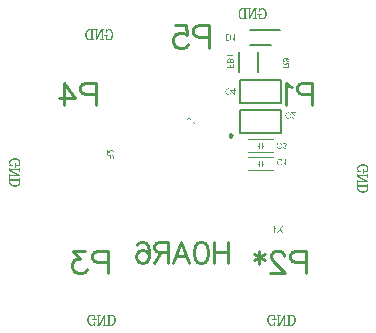
<source format=gbo>
G04*
G04 #@! TF.GenerationSoftware,Altium Limited,Altium Designer,25.8.1 (18)*
G04*
G04 Layer_Color=32896*
%FSLAX44Y44*%
%MOMM*%
G71*
G04*
G04 #@! TF.SameCoordinates,49EF26A0-86A8-49CD-8BE6-FAAFDC87ECF6*
G04*
G04*
G04 #@! TF.FilePolarity,Positive*
G04*
G01*
G75*
%ADD10C,0.2500*%
%ADD11C,0.2000*%
%ADD12C,0.0800*%
%ADD13C,0.1000*%
%ADD15C,0.0762*%
%ADD16C,0.2540*%
%ADD54C,0.1524*%
G36*
X72926Y-43235D02*
X73008Y-43355D01*
X73106Y-43476D01*
X73196Y-43581D01*
X73287Y-43671D01*
X73354Y-43746D01*
X73384Y-43769D01*
X73407Y-43791D01*
X73414Y-43799D01*
X73422Y-43807D01*
X73580Y-43934D01*
X73738Y-44055D01*
X73888Y-44160D01*
X74039Y-44243D01*
X74166Y-44318D01*
X74219Y-44348D01*
X74264Y-44370D01*
X74302Y-44393D01*
X74332Y-44401D01*
X74347Y-44416D01*
X74354D01*
Y-45032D01*
X74241Y-44987D01*
X74129Y-44934D01*
X74016Y-44882D01*
X73911Y-44829D01*
X73820Y-44784D01*
X73745Y-44746D01*
X73700Y-44716D01*
X73693Y-44709D01*
X73685D01*
X73550Y-44626D01*
X73429Y-44543D01*
X73324Y-44468D01*
X73242Y-44401D01*
X73166Y-44348D01*
X73121Y-44303D01*
X73084Y-44273D01*
X73076Y-44265D01*
Y-48333D01*
X72437D01*
Y-43107D01*
X72851D01*
X72926Y-43235D01*
D02*
G37*
G36*
X77955Y-45641D02*
X79963Y-48333D01*
X79136D01*
X77820Y-46528D01*
X77790Y-46483D01*
X77752Y-46431D01*
X77670Y-46310D01*
X77632Y-46250D01*
X77602Y-46205D01*
X77580Y-46175D01*
X77572Y-46167D01*
X77497Y-46280D01*
X77429Y-46385D01*
X77399Y-46423D01*
X77384Y-46453D01*
X77369Y-46476D01*
X77362Y-46483D01*
X76046Y-48333D01*
X75196D01*
X77144Y-45611D01*
X75339Y-43130D01*
X76091D01*
X77129Y-44513D01*
X77219Y-44626D01*
X77294Y-44731D01*
X77369Y-44837D01*
X77429Y-44919D01*
X77482Y-44995D01*
X77519Y-45055D01*
X77542Y-45085D01*
X77550Y-45100D01*
X77602Y-45009D01*
X77662Y-44912D01*
X77730Y-44806D01*
X77798Y-44701D01*
X77865Y-44611D01*
X77910Y-44536D01*
X77933Y-44506D01*
X77948Y-44483D01*
X77963Y-44476D01*
Y-44468D01*
X78910Y-43130D01*
X79730D01*
X77955Y-45641D01*
D02*
G37*
G36*
X5792Y43272D02*
X5378D01*
X5303Y43400D01*
X5220Y43520D01*
X5122Y43641D01*
X5032Y43746D01*
X4942Y43836D01*
X4874Y43911D01*
X4844Y43934D01*
X4822Y43956D01*
X4814Y43964D01*
X4807Y43972D01*
X4649Y44099D01*
X4491Y44220D01*
X4340Y44325D01*
X4190Y44408D01*
X4062Y44483D01*
X4010Y44513D01*
X3965Y44535D01*
X3927Y44558D01*
X3897Y44565D01*
X3882Y44580D01*
X3874D01*
Y45197D01*
X3987Y45152D01*
X4100Y45099D01*
X4213Y45047D01*
X4318Y44994D01*
X4408Y44949D01*
X4483Y44911D01*
X4528Y44881D01*
X4536Y44874D01*
X4543D01*
X4679Y44791D01*
X4799Y44708D01*
X4904Y44633D01*
X4987Y44565D01*
X5062Y44513D01*
X5107Y44468D01*
X5145Y44438D01*
X5153Y44430D01*
Y48498D01*
X5792D01*
Y43272D01*
D02*
G37*
G36*
X732Y48573D02*
X852Y48558D01*
X965Y48543D01*
X1077Y48520D01*
X1175Y48498D01*
X1266Y48475D01*
X1348Y48445D01*
X1423Y48415D01*
X1484Y48392D01*
X1544Y48370D01*
X1589Y48347D01*
X1626Y48325D01*
X1649Y48317D01*
X1664Y48302D01*
X1671D01*
X1837Y48189D01*
X1972Y48061D01*
X2077Y47941D01*
X2168Y47821D01*
X2235Y47716D01*
X2280Y47633D01*
X2296Y47603D01*
X2310Y47580D01*
X2318Y47565D01*
Y47558D01*
X2348Y47467D01*
X2378Y47370D01*
X2423Y47167D01*
X2453Y46956D01*
X2476Y46753D01*
X2483Y46663D01*
X2491Y46573D01*
Y46498D01*
X2499Y46430D01*
Y46377D01*
Y46340D01*
Y46310D01*
Y46302D01*
Y43295D01*
X1807D01*
Y46302D01*
Y46475D01*
X1792Y46641D01*
X1777Y46783D01*
X1754Y46919D01*
X1732Y47039D01*
X1701Y47152D01*
X1679Y47249D01*
X1649Y47332D01*
X1619Y47400D01*
X1589Y47467D01*
X1559Y47513D01*
X1536Y47558D01*
X1514Y47588D01*
X1498Y47610D01*
X1491Y47618D01*
X1484Y47625D01*
X1416Y47686D01*
X1341Y47738D01*
X1175Y47821D01*
X1002Y47881D01*
X822Y47919D01*
X657Y47949D01*
X589Y47956D01*
X521D01*
X476Y47964D01*
X401D01*
X243Y47956D01*
X100Y47934D01*
X-35Y47911D01*
X-141Y47874D01*
X-231Y47843D01*
X-298Y47821D01*
X-336Y47798D01*
X-351Y47791D01*
X-456Y47723D01*
X-547Y47640D01*
X-622Y47558D01*
X-674Y47483D01*
X-719Y47407D01*
X-757Y47355D01*
X-772Y47317D01*
X-780Y47302D01*
X-802Y47234D01*
X-817Y47167D01*
X-847Y47009D01*
X-870Y46844D01*
X-885Y46678D01*
X-892Y46535D01*
Y46468D01*
X-900Y46415D01*
Y46370D01*
Y46332D01*
Y46310D01*
Y46302D01*
Y43295D01*
X-1592D01*
Y46302D01*
Y46452D01*
X-1584Y46595D01*
X-1576Y46731D01*
X-1561Y46859D01*
X-1546Y46971D01*
X-1531Y47077D01*
X-1509Y47174D01*
X-1494Y47264D01*
X-1479Y47347D01*
X-1456Y47415D01*
X-1441Y47475D01*
X-1426Y47520D01*
X-1411Y47558D01*
X-1404Y47588D01*
X-1396Y47603D01*
Y47610D01*
X-1313Y47776D01*
X-1208Y47926D01*
X-1103Y48046D01*
X-990Y48152D01*
X-892Y48234D01*
X-810Y48295D01*
X-780Y48310D01*
X-757Y48325D01*
X-742Y48340D01*
X-734D01*
X-547Y48422D01*
X-351Y48482D01*
X-148Y48528D01*
X40Y48558D01*
X123Y48565D01*
X205Y48573D01*
X280Y48580D01*
X341D01*
X393Y48588D01*
X461D01*
X732Y48573D01*
D02*
G37*
G36*
X81697Y99438D02*
X81862Y99408D01*
X82005Y99362D01*
X82125Y99317D01*
X82223Y99272D01*
X82298Y99227D01*
X82343Y99197D01*
X82358Y99190D01*
X82471Y99084D01*
X82569Y98972D01*
X82644Y98851D01*
X82704Y98731D01*
X82749Y98626D01*
X82779Y98543D01*
X82787Y98513D01*
X82794Y98490D01*
X82802Y98475D01*
Y98468D01*
X82870Y98596D01*
X82937Y98701D01*
X83012Y98791D01*
X83080Y98866D01*
X83140Y98926D01*
X83193Y98972D01*
X83223Y98994D01*
X83238Y99002D01*
X83343Y99062D01*
X83448Y99107D01*
X83554Y99144D01*
X83652Y99167D01*
X83734Y99182D01*
X83794Y99190D01*
X83839D01*
X83855D01*
X83982Y99182D01*
X84110Y99159D01*
X84223Y99129D01*
X84321Y99092D01*
X84403Y99054D01*
X84471Y99024D01*
X84509Y99002D01*
X84524Y98994D01*
X84636Y98919D01*
X84734Y98829D01*
X84817Y98738D01*
X84892Y98648D01*
X84945Y98573D01*
X84990Y98505D01*
X85012Y98460D01*
X85020Y98453D01*
Y98445D01*
X85080Y98310D01*
X85125Y98175D01*
X85163Y98039D01*
X85185Y97919D01*
X85200Y97821D01*
X85208Y97739D01*
Y97551D01*
X85193Y97445D01*
X85155Y97242D01*
X85095Y97069D01*
X85035Y96919D01*
X84997Y96851D01*
X84967Y96799D01*
X84937Y96746D01*
X84907Y96708D01*
X84885Y96678D01*
X84869Y96656D01*
X84862Y96641D01*
X84854Y96633D01*
X84712Y96490D01*
X84554Y96378D01*
X84388Y96287D01*
X84223Y96212D01*
X84080Y96167D01*
X84020Y96145D01*
X83967Y96130D01*
X83922Y96122D01*
X83892Y96115D01*
X83869Y96107D01*
X83862D01*
X83749Y96746D01*
X83915Y96776D01*
X84058Y96821D01*
X84178Y96874D01*
X84276Y96927D01*
X84351Y96979D01*
X84403Y97024D01*
X84441Y97054D01*
X84448Y97062D01*
X84524Y97160D01*
X84584Y97265D01*
X84621Y97363D01*
X84651Y97460D01*
X84667Y97551D01*
X84682Y97618D01*
Y97678D01*
X84674Y97814D01*
X84644Y97934D01*
X84606Y98039D01*
X84569Y98130D01*
X84524Y98197D01*
X84486Y98250D01*
X84456Y98287D01*
X84448Y98295D01*
X84358Y98378D01*
X84261Y98438D01*
X84163Y98475D01*
X84073Y98505D01*
X83990Y98520D01*
X83930Y98535D01*
X83884D01*
X83877D01*
X83869D01*
X83787D01*
X83712Y98520D01*
X83584Y98483D01*
X83471Y98430D01*
X83373Y98370D01*
X83306Y98310D01*
X83253Y98257D01*
X83223Y98220D01*
X83215Y98212D01*
Y98205D01*
X83148Y98077D01*
X83095Y97957D01*
X83057Y97829D01*
X83035Y97716D01*
X83020Y97618D01*
X83005Y97536D01*
Y97438D01*
X83012Y97408D01*
Y97370D01*
X82449Y97295D01*
X82471Y97393D01*
X82486Y97483D01*
X82501Y97558D01*
X82509Y97626D01*
X82516Y97678D01*
Y97746D01*
X82501Y97904D01*
X82471Y98047D01*
X82426Y98175D01*
X82373Y98280D01*
X82321Y98363D01*
X82276Y98423D01*
X82246Y98460D01*
X82231Y98475D01*
X82118Y98573D01*
X81997Y98648D01*
X81877Y98701D01*
X81757Y98731D01*
X81659Y98753D01*
X81576Y98761D01*
X81546Y98769D01*
X81524D01*
X81509D01*
X81501D01*
X81336Y98753D01*
X81185Y98716D01*
X81058Y98671D01*
X80945Y98611D01*
X80855Y98551D01*
X80787Y98505D01*
X80742Y98468D01*
X80727Y98453D01*
X80622Y98333D01*
X80546Y98205D01*
X80494Y98077D01*
X80456Y97957D01*
X80434Y97851D01*
X80426Y97769D01*
X80419Y97739D01*
Y97694D01*
X80426Y97558D01*
X80456Y97430D01*
X80494Y97317D01*
X80539Y97227D01*
X80576Y97152D01*
X80614Y97092D01*
X80644Y97062D01*
X80652Y97047D01*
X80757Y96957D01*
X80877Y96882D01*
X81005Y96814D01*
X81140Y96761D01*
X81253Y96724D01*
X81306Y96708D01*
X81351Y96701D01*
X81388Y96693D01*
X81419Y96686D01*
X81433Y96678D01*
X81441D01*
X81358Y96039D01*
X81238Y96054D01*
X81125Y96077D01*
X80915Y96145D01*
X80734Y96227D01*
X80659Y96272D01*
X80584Y96318D01*
X80516Y96363D01*
X80464Y96408D01*
X80411Y96445D01*
X80373Y96483D01*
X80343Y96505D01*
X80321Y96528D01*
X80306Y96543D01*
X80298Y96551D01*
X80231Y96641D01*
X80163Y96731D01*
X80110Y96821D01*
X80065Y96919D01*
X79990Y97107D01*
X79945Y97288D01*
X79930Y97370D01*
X79915Y97445D01*
X79907Y97513D01*
X79900Y97573D01*
X79892Y97618D01*
Y97686D01*
X79900Y97829D01*
X79915Y97957D01*
X79937Y98084D01*
X79967Y98205D01*
X80005Y98317D01*
X80043Y98415D01*
X80088Y98513D01*
X80133Y98596D01*
X80170Y98678D01*
X80216Y98746D01*
X80253Y98806D01*
X80291Y98851D01*
X80321Y98889D01*
X80343Y98919D01*
X80358Y98934D01*
X80366Y98941D01*
X80456Y99032D01*
X80554Y99107D01*
X80652Y99175D01*
X80749Y99235D01*
X80840Y99280D01*
X80937Y99325D01*
X81118Y99385D01*
X81201Y99400D01*
X81276Y99415D01*
X81343Y99430D01*
X81404Y99438D01*
X81449Y99445D01*
X81486D01*
X81509D01*
X81516D01*
X81697Y99438D01*
D02*
G37*
G36*
X81396Y94731D02*
X81546Y94626D01*
X81682Y94528D01*
X81794Y94431D01*
X81900Y94348D01*
X81975Y94273D01*
X82035Y94212D01*
X82073Y94175D01*
X82088Y94160D01*
X82133Y94100D01*
X82185Y94032D01*
X82268Y93897D01*
X82298Y93836D01*
X82328Y93791D01*
X82343Y93761D01*
X82351Y93746D01*
X82373Y93882D01*
X82396Y94009D01*
X82434Y94122D01*
X82464Y94235D01*
X82501Y94333D01*
X82546Y94423D01*
X82584Y94506D01*
X82621Y94581D01*
X82667Y94641D01*
X82704Y94701D01*
X82734Y94746D01*
X82764Y94784D01*
X82787Y94814D01*
X82809Y94837D01*
X82817Y94844D01*
X82824Y94852D01*
X82900Y94912D01*
X82975Y94972D01*
X83133Y95062D01*
X83291Y95122D01*
X83441Y95167D01*
X83569Y95197D01*
X83621Y95205D01*
X83674D01*
X83712Y95212D01*
X83742D01*
X83757D01*
X83764D01*
X83922Y95205D01*
X84065Y95182D01*
X84200Y95145D01*
X84313Y95107D01*
X84411Y95062D01*
X84486Y95032D01*
X84531Y95002D01*
X84539Y94994D01*
X84546D01*
X84667Y94904D01*
X84772Y94814D01*
X84862Y94716D01*
X84930Y94626D01*
X84982Y94543D01*
X85012Y94476D01*
X85035Y94431D01*
X85042Y94423D01*
Y94415D01*
X85065Y94348D01*
X85087Y94265D01*
X85125Y94100D01*
X85148Y93919D01*
X85170Y93754D01*
X85178Y93596D01*
Y93528D01*
X85185Y93468D01*
Y91055D01*
X79983D01*
Y91746D01*
X82291D01*
Y92634D01*
X82283Y92716D01*
Y92776D01*
X82276Y92829D01*
X82268Y92867D01*
Y92897D01*
X82261Y92912D01*
Y92919D01*
X82223Y93040D01*
X82200Y93092D01*
X82178Y93137D01*
X82155Y93182D01*
X82140Y93212D01*
X82133Y93228D01*
X82125Y93235D01*
X82080Y93295D01*
X82028Y93355D01*
X81915Y93468D01*
X81862Y93521D01*
X81817Y93558D01*
X81787Y93581D01*
X81779Y93588D01*
X81674Y93664D01*
X81561Y93746D01*
X81441Y93829D01*
X81328Y93912D01*
X81223Y93979D01*
X81140Y94032D01*
X81110Y94054D01*
X81088Y94070D01*
X81073Y94085D01*
X81065D01*
X79983Y94769D01*
Y95626D01*
X81396Y94731D01*
D02*
G37*
G36*
X-68036Y19385D02*
X-67908Y19475D01*
X-67856Y19520D01*
X-67803Y19558D01*
X-67758Y19596D01*
X-67728Y19626D01*
X-67705Y19648D01*
X-67698Y19656D01*
X-67660Y19693D01*
X-67623Y19739D01*
X-67525Y19844D01*
X-67412Y19964D01*
X-67299Y20092D01*
X-67202Y20212D01*
X-67157Y20265D01*
X-67111Y20310D01*
X-67081Y20347D01*
X-67059Y20378D01*
X-67044Y20393D01*
X-67036Y20400D01*
X-66931Y20520D01*
X-66833Y20641D01*
X-66735Y20746D01*
X-66653Y20844D01*
X-66570Y20934D01*
X-66495Y21009D01*
X-66427Y21084D01*
X-66367Y21144D01*
X-66307Y21205D01*
X-66262Y21250D01*
X-66224Y21287D01*
X-66187Y21325D01*
X-66142Y21363D01*
X-66126Y21377D01*
X-65999Y21483D01*
X-65886Y21573D01*
X-65773Y21648D01*
X-65683Y21708D01*
X-65600Y21753D01*
X-65540Y21783D01*
X-65502Y21799D01*
X-65487Y21806D01*
X-65375Y21851D01*
X-65262Y21881D01*
X-65157Y21911D01*
X-65066Y21926D01*
X-64984Y21934D01*
X-64924Y21941D01*
X-64886D01*
X-64871D01*
X-64758Y21934D01*
X-64653Y21919D01*
X-64548Y21904D01*
X-64457Y21874D01*
X-64277Y21799D01*
X-64134Y21723D01*
X-64066Y21678D01*
X-64014Y21641D01*
X-63961Y21603D01*
X-63924Y21565D01*
X-63893Y21535D01*
X-63863Y21520D01*
X-63856Y21505D01*
X-63848Y21498D01*
X-63773Y21415D01*
X-63706Y21325D01*
X-63653Y21227D01*
X-63608Y21129D01*
X-63533Y20934D01*
X-63480Y20738D01*
X-63465Y20656D01*
X-63450Y20573D01*
X-63442Y20498D01*
X-63435Y20438D01*
X-63427Y20385D01*
Y20310D01*
X-63435Y20175D01*
X-63442Y20047D01*
X-63465Y19927D01*
X-63488Y19814D01*
X-63518Y19708D01*
X-63548Y19611D01*
X-63585Y19520D01*
X-63623Y19438D01*
X-63660Y19363D01*
X-63698Y19303D01*
X-63728Y19250D01*
X-63758Y19205D01*
X-63781Y19167D01*
X-63803Y19145D01*
X-63811Y19130D01*
X-63818Y19122D01*
X-63893Y19047D01*
X-63976Y18979D01*
X-64066Y18911D01*
X-64157Y18859D01*
X-64337Y18769D01*
X-64517Y18708D01*
X-64600Y18686D01*
X-64683Y18663D01*
X-64751Y18648D01*
X-64811Y18633D01*
X-64863Y18626D01*
X-64901D01*
X-64924Y18618D01*
X-64931D01*
X-64999Y19272D01*
X-64826Y19287D01*
X-64675Y19318D01*
X-64540Y19363D01*
X-64435Y19415D01*
X-64345Y19460D01*
X-64284Y19505D01*
X-64247Y19535D01*
X-64232Y19551D01*
X-64142Y19663D01*
X-64074Y19784D01*
X-64021Y19911D01*
X-63991Y20024D01*
X-63969Y20129D01*
X-63961Y20220D01*
X-63954Y20250D01*
Y20295D01*
X-63961Y20453D01*
X-63991Y20596D01*
X-64036Y20716D01*
X-64081Y20821D01*
X-64134Y20904D01*
X-64172Y20956D01*
X-64202Y20994D01*
X-64217Y21009D01*
X-64322Y21099D01*
X-64427Y21167D01*
X-64532Y21220D01*
X-64638Y21250D01*
X-64721Y21272D01*
X-64796Y21280D01*
X-64841Y21287D01*
X-64848D01*
X-64856D01*
X-64991Y21272D01*
X-65134Y21242D01*
X-65262Y21190D01*
X-65382Y21137D01*
X-65480Y21077D01*
X-65563Y21024D01*
X-65593Y21009D01*
X-65615Y20994D01*
X-65623Y20979D01*
X-65630D01*
X-65713Y20919D01*
X-65796Y20844D01*
X-65886Y20761D01*
X-65976Y20671D01*
X-66157Y20483D01*
X-66337Y20295D01*
X-66420Y20197D01*
X-66495Y20114D01*
X-66562Y20032D01*
X-66623Y19964D01*
X-66668Y19911D01*
X-66705Y19866D01*
X-66728Y19836D01*
X-66735Y19829D01*
X-66893Y19641D01*
X-67044Y19468D01*
X-67179Y19325D01*
X-67292Y19212D01*
X-67389Y19115D01*
X-67457Y19047D01*
X-67502Y19009D01*
X-67510Y18994D01*
X-67517D01*
X-67645Y18889D01*
X-67765Y18806D01*
X-67886Y18731D01*
X-67991Y18671D01*
X-68081Y18626D01*
X-68149Y18596D01*
X-68194Y18581D01*
X-68201Y18573D01*
X-68209D01*
X-68292Y18543D01*
X-68367Y18528D01*
X-68442Y18513D01*
X-68510Y18506D01*
X-68570Y18498D01*
X-68615D01*
X-68645D01*
X-68653D01*
Y21949D01*
X-68036D01*
Y19385D01*
D02*
G37*
G36*
X-67239Y17287D02*
X-67089Y17182D01*
X-66954Y17084D01*
X-66841Y16987D01*
X-66735Y16904D01*
X-66660Y16829D01*
X-66600Y16769D01*
X-66562Y16731D01*
X-66547Y16716D01*
X-66502Y16656D01*
X-66450Y16588D01*
X-66367Y16453D01*
X-66337Y16393D01*
X-66307Y16348D01*
X-66292Y16318D01*
X-66284Y16303D01*
X-66262Y16438D01*
X-66239Y16566D01*
X-66202Y16679D01*
X-66171Y16791D01*
X-66134Y16889D01*
X-66089Y16979D01*
X-66051Y17062D01*
X-66014Y17137D01*
X-65968Y17197D01*
X-65931Y17257D01*
X-65901Y17303D01*
X-65871Y17340D01*
X-65848Y17370D01*
X-65826Y17393D01*
X-65818Y17400D01*
X-65811Y17408D01*
X-65736Y17468D01*
X-65660Y17528D01*
X-65502Y17618D01*
X-65345Y17679D01*
X-65194Y17724D01*
X-65066Y17754D01*
X-65014Y17761D01*
X-64961D01*
X-64924Y17769D01*
X-64893D01*
X-64878D01*
X-64871D01*
X-64713Y17761D01*
X-64570Y17739D01*
X-64435Y17701D01*
X-64322Y17663D01*
X-64224Y17618D01*
X-64149Y17588D01*
X-64104Y17558D01*
X-64096Y17551D01*
X-64089D01*
X-63969Y17460D01*
X-63863Y17370D01*
X-63773Y17272D01*
X-63706Y17182D01*
X-63653Y17100D01*
X-63623Y17032D01*
X-63600Y16987D01*
X-63593Y16979D01*
Y16972D01*
X-63570Y16904D01*
X-63548Y16821D01*
X-63510Y16656D01*
X-63488Y16475D01*
X-63465Y16310D01*
X-63457Y16152D01*
Y16085D01*
X-63450Y16024D01*
Y13611D01*
X-68653D01*
Y14303D01*
X-66344D01*
Y15190D01*
X-66352Y15273D01*
Y15333D01*
X-66360Y15385D01*
X-66367Y15423D01*
Y15453D01*
X-66375Y15468D01*
Y15476D01*
X-66412Y15596D01*
X-66435Y15648D01*
X-66457Y15694D01*
X-66480Y15739D01*
X-66495Y15769D01*
X-66502Y15784D01*
X-66510Y15791D01*
X-66555Y15852D01*
X-66608Y15912D01*
X-66720Y16024D01*
X-66773Y16077D01*
X-66818Y16115D01*
X-66848Y16137D01*
X-66856Y16145D01*
X-66961Y16220D01*
X-67074Y16303D01*
X-67194Y16385D01*
X-67307Y16468D01*
X-67412Y16536D01*
X-67495Y16588D01*
X-67525Y16611D01*
X-67547Y16626D01*
X-67562Y16641D01*
X-67570D01*
X-68653Y17325D01*
Y18182D01*
X-67239Y17287D01*
D02*
G37*
G36*
X38173Y101809D02*
X38045Y101734D01*
X37925Y101651D01*
X37804Y101553D01*
X37699Y101463D01*
X37609Y101373D01*
X37534Y101305D01*
X37511Y101275D01*
X37489Y101253D01*
X37481Y101245D01*
X37473Y101238D01*
X37346Y101080D01*
X37225Y100922D01*
X37120Y100772D01*
X37037Y100621D01*
X36962Y100493D01*
X36932Y100441D01*
X36910Y100396D01*
X36887Y100358D01*
X36879Y100328D01*
X36865Y100313D01*
Y100306D01*
X36248D01*
X36293Y100418D01*
X36346Y100531D01*
X36398Y100644D01*
X36451Y100749D01*
X36496Y100839D01*
X36534Y100914D01*
X36564Y100960D01*
X36571Y100967D01*
Y100975D01*
X36654Y101110D01*
X36737Y101230D01*
X36812Y101335D01*
X36879Y101418D01*
X36932Y101493D01*
X36977Y101538D01*
X37007Y101576D01*
X37015Y101584D01*
X32947D01*
Y102223D01*
X38173D01*
Y101809D01*
D02*
G37*
G36*
X34624Y99125D02*
X34774Y99095D01*
X34902Y99050D01*
X35022Y99005D01*
X35113Y98960D01*
X35180Y98915D01*
X35226Y98884D01*
X35240Y98877D01*
X35361Y98772D01*
X35459Y98659D01*
X35541Y98531D01*
X35609Y98418D01*
X35661Y98313D01*
X35692Y98223D01*
X35707Y98193D01*
X35714Y98170D01*
X35722Y98155D01*
Y98148D01*
X35797Y98275D01*
X35872Y98388D01*
X35955Y98478D01*
X36030Y98554D01*
X36090Y98614D01*
X36150Y98659D01*
X36180Y98681D01*
X36195Y98689D01*
X36308Y98749D01*
X36413Y98794D01*
X36519Y98832D01*
X36616Y98854D01*
X36699Y98869D01*
X36767Y98877D01*
X36804D01*
X36819D01*
X36947Y98869D01*
X37075Y98847D01*
X37188Y98809D01*
X37293Y98772D01*
X37383Y98734D01*
X37443Y98697D01*
X37489Y98674D01*
X37503Y98666D01*
X37616Y98584D01*
X37722Y98494D01*
X37804Y98396D01*
X37872Y98306D01*
X37925Y98230D01*
X37962Y98163D01*
X37985Y98118D01*
X37992Y98110D01*
Y98103D01*
X38045Y97960D01*
X38082Y97802D01*
X38112Y97644D01*
X38128Y97494D01*
X38143Y97358D01*
Y97298D01*
X38150Y97246D01*
Y95201D01*
X32947D01*
Y97185D01*
X32955Y97366D01*
X32962Y97524D01*
X32977Y97667D01*
X32992Y97787D01*
X33008Y97885D01*
X33015Y97960D01*
X33030Y98005D01*
Y98020D01*
X33068Y98148D01*
X33105Y98253D01*
X33150Y98351D01*
X33196Y98433D01*
X33226Y98501D01*
X33256Y98554D01*
X33278Y98584D01*
X33286Y98591D01*
X33353Y98674D01*
X33436Y98749D01*
X33519Y98809D01*
X33594Y98869D01*
X33669Y98915D01*
X33722Y98945D01*
X33759Y98967D01*
X33774Y98975D01*
X33895Y99027D01*
X34015Y99065D01*
X34128Y99095D01*
X34233Y99110D01*
X34323Y99125D01*
X34398Y99133D01*
X34444D01*
X34451D01*
X34459D01*
X34624Y99125D01*
D02*
G37*
G36*
X38150Y90817D02*
X32947D01*
Y91509D01*
X35308D01*
Y93952D01*
X35925D01*
Y91509D01*
X37534D01*
Y94336D01*
X38150D01*
Y90817D01*
D02*
G37*
G36*
X39255Y114227D02*
X38842D01*
X38767Y114355D01*
X38684Y114475D01*
X38586Y114596D01*
X38496Y114701D01*
X38406Y114791D01*
X38338Y114866D01*
X38308Y114889D01*
X38285Y114911D01*
X38278Y114919D01*
X38270Y114927D01*
X38112Y115054D01*
X37955Y115175D01*
X37804Y115280D01*
X37654Y115363D01*
X37526Y115438D01*
X37473Y115468D01*
X37428Y115490D01*
X37391Y115513D01*
X37361Y115520D01*
X37346Y115536D01*
X37338D01*
Y116152D01*
X37451Y116107D01*
X37564Y116054D01*
X37676Y116002D01*
X37782Y115949D01*
X37872Y115904D01*
X37947Y115866D01*
X37992Y115836D01*
X38000Y115829D01*
X38007D01*
X38142Y115746D01*
X38263Y115663D01*
X38368Y115588D01*
X38451Y115520D01*
X38526Y115468D01*
X38571Y115423D01*
X38609Y115393D01*
X38616Y115385D01*
Y119453D01*
X39255D01*
Y114227D01*
D02*
G37*
G36*
X33910Y119445D02*
X34067Y119438D01*
X34210Y119423D01*
X34331Y119408D01*
X34436Y119392D01*
X34511Y119385D01*
X34534Y119377D01*
X34556Y119370D01*
X34571D01*
X34707Y119332D01*
X34827Y119287D01*
X34932Y119250D01*
X35022Y119205D01*
X35098Y119167D01*
X35150Y119137D01*
X35180Y119114D01*
X35195Y119107D01*
X35293Y119039D01*
X35376Y118956D01*
X35459Y118881D01*
X35526Y118806D01*
X35586Y118738D01*
X35631Y118686D01*
X35661Y118648D01*
X35669Y118633D01*
X35744Y118513D01*
X35819Y118385D01*
X35879Y118265D01*
X35925Y118144D01*
X35970Y118039D01*
X36000Y117956D01*
X36007Y117926D01*
X36015Y117904D01*
X36022Y117889D01*
Y117881D01*
X36067Y117701D01*
X36105Y117520D01*
X36128Y117347D01*
X36150Y117182D01*
X36158Y117039D01*
Y116979D01*
X36165Y116926D01*
Y116889D01*
Y116851D01*
Y116836D01*
Y116829D01*
X36158Y116573D01*
X36135Y116340D01*
X36098Y116130D01*
X36082Y116032D01*
X36060Y115949D01*
X36037Y115866D01*
X36022Y115799D01*
X36007Y115739D01*
X35985Y115686D01*
X35977Y115641D01*
X35962Y115611D01*
X35955Y115596D01*
Y115588D01*
X35872Y115393D01*
X35774Y115220D01*
X35669Y115069D01*
X35571Y114942D01*
X35481Y114836D01*
X35406Y114761D01*
X35376Y114739D01*
X35353Y114716D01*
X35346Y114708D01*
X35338Y114701D01*
X35218Y114603D01*
X35090Y114528D01*
X34962Y114460D01*
X34842Y114408D01*
X34737Y114370D01*
X34654Y114348D01*
X34624Y114333D01*
X34601D01*
X34586Y114325D01*
X34579D01*
X34451Y114303D01*
X34301Y114280D01*
X34150Y114265D01*
X34000Y114257D01*
X33865Y114250D01*
X31865D01*
Y119453D01*
X33737D01*
X33910Y119445D01*
D02*
G37*
G36*
X33865Y73804D02*
X34007Y73789D01*
X34143Y73774D01*
X34271Y73744D01*
X34391Y73706D01*
X34504Y73669D01*
X34609Y73631D01*
X34707Y73586D01*
X34789Y73548D01*
X34872Y73511D01*
X34932Y73473D01*
X34992Y73436D01*
X35030Y73406D01*
X35068Y73391D01*
X35082Y73376D01*
X35090Y73368D01*
X35195Y73278D01*
X35285Y73188D01*
X35368Y73082D01*
X35451Y72977D01*
X35586Y72766D01*
X35691Y72556D01*
X35737Y72458D01*
X35774Y72368D01*
X35804Y72285D01*
X35827Y72218D01*
X35849Y72158D01*
X35864Y72112D01*
X35872Y72082D01*
Y72075D01*
X35180Y71902D01*
X35150Y72022D01*
X35113Y72135D01*
X35075Y72240D01*
X35037Y72338D01*
X34992Y72428D01*
X34947Y72503D01*
X34895Y72579D01*
X34850Y72646D01*
X34812Y72706D01*
X34767Y72751D01*
X34729Y72797D01*
X34699Y72834D01*
X34669Y72857D01*
X34646Y72879D01*
X34639Y72887D01*
X34631Y72894D01*
X34556Y72955D01*
X34474Y73000D01*
X34308Y73082D01*
X34150Y73142D01*
X33992Y73180D01*
X33857Y73210D01*
X33804Y73218D01*
X33752D01*
X33707Y73225D01*
X33654D01*
X33481Y73218D01*
X33316Y73188D01*
X33165Y73150D01*
X33030Y73105D01*
X32925Y73060D01*
X32880Y73037D01*
X32842Y73022D01*
X32812Y73007D01*
X32789Y72992D01*
X32774Y72985D01*
X32767D01*
X32624Y72879D01*
X32504Y72766D01*
X32399Y72639D01*
X32316Y72518D01*
X32248Y72413D01*
X32203Y72323D01*
X32188Y72285D01*
X32173Y72263D01*
X32165Y72248D01*
Y72240D01*
X32105Y72045D01*
X32060Y71849D01*
X32023Y71654D01*
X32000Y71473D01*
X31992Y71391D01*
X31985Y71315D01*
Y71248D01*
X31977Y71195D01*
Y71150D01*
Y71112D01*
Y71090D01*
Y71082D01*
X31985Y70887D01*
X32000Y70707D01*
X32030Y70541D01*
X32060Y70391D01*
X32083Y70263D01*
X32098Y70210D01*
X32113Y70165D01*
X32120Y70128D01*
X32128Y70105D01*
X32135Y70090D01*
Y70083D01*
X32211Y69910D01*
X32293Y69752D01*
X32383Y69624D01*
X32481Y69511D01*
X32564Y69421D01*
X32631Y69361D01*
X32684Y69323D01*
X32692Y69308D01*
X32699D01*
X32857Y69210D01*
X33030Y69135D01*
X33195Y69082D01*
X33353Y69052D01*
X33496Y69030D01*
X33556Y69022D01*
X33609D01*
X33647Y69015D01*
X33707D01*
X33895Y69022D01*
X34067Y69052D01*
X34210Y69098D01*
X34338Y69143D01*
X34436Y69195D01*
X34511Y69233D01*
X34556Y69263D01*
X34571Y69278D01*
X34692Y69391D01*
X34804Y69519D01*
X34895Y69654D01*
X34970Y69789D01*
X35030Y69910D01*
X35052Y69970D01*
X35068Y70015D01*
X35082Y70052D01*
X35098Y70083D01*
X35105Y70097D01*
Y70105D01*
X35782Y69947D01*
X35737Y69812D01*
X35691Y69692D01*
X35631Y69579D01*
X35579Y69466D01*
X35519Y69368D01*
X35451Y69278D01*
X35391Y69188D01*
X35331Y69113D01*
X35271Y69052D01*
X35218Y68992D01*
X35165Y68940D01*
X35128Y68902D01*
X35090Y68864D01*
X35060Y68842D01*
X35045Y68834D01*
X35037Y68827D01*
X34932Y68759D01*
X34827Y68692D01*
X34722Y68639D01*
X34609Y68594D01*
X34383Y68526D01*
X34180Y68481D01*
X34083Y68458D01*
X34000Y68451D01*
X33917Y68443D01*
X33849Y68436D01*
X33797Y68428D01*
X33722D01*
X33474Y68443D01*
X33233Y68481D01*
X33022Y68526D01*
X32925Y68556D01*
X32834Y68586D01*
X32752Y68616D01*
X32677Y68646D01*
X32617Y68669D01*
X32556Y68692D01*
X32519Y68714D01*
X32489Y68729D01*
X32466Y68737D01*
X32459Y68744D01*
X32256Y68872D01*
X32083Y69022D01*
X31932Y69173D01*
X31804Y69323D01*
X31707Y69458D01*
X31669Y69519D01*
X31639Y69571D01*
X31609Y69609D01*
X31594Y69639D01*
X31586Y69661D01*
X31579Y69669D01*
X31474Y69902D01*
X31398Y70143D01*
X31346Y70383D01*
X31308Y70601D01*
X31293Y70699D01*
X31286Y70797D01*
X31278Y70872D01*
Y70947D01*
X31271Y71000D01*
Y71045D01*
Y71075D01*
Y71082D01*
X31286Y71353D01*
X31316Y71616D01*
X31353Y71849D01*
X31384Y71962D01*
X31406Y72060D01*
X31429Y72150D01*
X31459Y72233D01*
X31481Y72308D01*
X31496Y72368D01*
X31519Y72413D01*
X31526Y72451D01*
X31541Y72473D01*
Y72481D01*
X31654Y72706D01*
X31782Y72909D01*
X31917Y73082D01*
X31985Y73150D01*
X32045Y73218D01*
X32105Y73278D01*
X32165Y73330D01*
X32218Y73376D01*
X32263Y73406D01*
X32293Y73436D01*
X32323Y73458D01*
X32338Y73466D01*
X32346Y73473D01*
X32451Y73533D01*
X32556Y73586D01*
X32782Y73669D01*
X33008Y73729D01*
X33226Y73766D01*
X33331Y73781D01*
X33421Y73797D01*
X33504Y73804D01*
X33571D01*
X33631Y73812D01*
X33714D01*
X33865Y73804D01*
D02*
G37*
G36*
X39142Y72473D02*
X39849D01*
Y71887D01*
X39142D01*
Y68519D01*
X38624D01*
X36240Y71887D01*
Y72473D01*
X38503D01*
Y73721D01*
X39142D01*
Y72473D01*
D02*
G37*
G36*
X77128Y27933D02*
X77270Y27918D01*
X77406Y27903D01*
X77534Y27873D01*
X77654Y27836D01*
X77767Y27798D01*
X77872Y27760D01*
X77970Y27715D01*
X78052Y27678D01*
X78135Y27640D01*
X78195Y27602D01*
X78255Y27565D01*
X78293Y27535D01*
X78331Y27520D01*
X78346Y27505D01*
X78353Y27497D01*
X78458Y27407D01*
X78549Y27317D01*
X78631Y27211D01*
X78714Y27106D01*
X78849Y26896D01*
X78955Y26685D01*
X79000Y26587D01*
X79037Y26497D01*
X79067Y26414D01*
X79090Y26347D01*
X79113Y26287D01*
X79127Y26242D01*
X79135Y26212D01*
Y26204D01*
X78443Y26031D01*
X78413Y26151D01*
X78376Y26264D01*
X78338Y26369D01*
X78300Y26467D01*
X78255Y26557D01*
X78210Y26632D01*
X78158Y26708D01*
X78113Y26775D01*
X78075Y26835D01*
X78030Y26881D01*
X77992Y26926D01*
X77962Y26963D01*
X77932Y26986D01*
X77909Y27008D01*
X77902Y27016D01*
X77895Y27023D01*
X77819Y27084D01*
X77737Y27129D01*
X77571Y27211D01*
X77413Y27272D01*
X77255Y27309D01*
X77120Y27339D01*
X77067Y27347D01*
X77015D01*
X76970Y27354D01*
X76917D01*
X76744Y27347D01*
X76579Y27317D01*
X76428Y27279D01*
X76293Y27234D01*
X76188Y27189D01*
X76143Y27166D01*
X76105Y27151D01*
X76075Y27136D01*
X76052Y27121D01*
X76037Y27114D01*
X76030D01*
X75887Y27008D01*
X75767Y26896D01*
X75662Y26768D01*
X75579Y26648D01*
X75511Y26542D01*
X75466Y26452D01*
X75451Y26414D01*
X75436Y26392D01*
X75428Y26377D01*
Y26369D01*
X75368Y26174D01*
X75323Y25978D01*
X75286Y25783D01*
X75263Y25603D01*
X75255Y25520D01*
X75248Y25445D01*
Y25377D01*
X75241Y25324D01*
Y25279D01*
Y25242D01*
Y25219D01*
Y25212D01*
X75248Y25016D01*
X75263Y24836D01*
X75293Y24670D01*
X75323Y24520D01*
X75346Y24392D01*
X75361Y24339D01*
X75376Y24294D01*
X75383Y24257D01*
X75391Y24234D01*
X75398Y24219D01*
Y24212D01*
X75474Y24039D01*
X75556Y23881D01*
X75647Y23753D01*
X75744Y23640D01*
X75827Y23550D01*
X75895Y23490D01*
X75947Y23452D01*
X75955Y23437D01*
X75962D01*
X76120Y23340D01*
X76293Y23264D01*
X76459Y23212D01*
X76616Y23182D01*
X76759Y23159D01*
X76819Y23152D01*
X76872D01*
X76910Y23144D01*
X76970D01*
X77158Y23152D01*
X77331Y23182D01*
X77474Y23227D01*
X77601Y23272D01*
X77699Y23324D01*
X77774Y23362D01*
X77819Y23392D01*
X77834Y23407D01*
X77955Y23520D01*
X78067Y23648D01*
X78158Y23783D01*
X78233Y23918D01*
X78293Y24039D01*
X78316Y24099D01*
X78331Y24144D01*
X78346Y24181D01*
X78361Y24212D01*
X78368Y24227D01*
Y24234D01*
X79045Y24076D01*
X79000Y23941D01*
X78955Y23821D01*
X78894Y23708D01*
X78842Y23595D01*
X78782Y23497D01*
X78714Y23407D01*
X78654Y23317D01*
X78594Y23242D01*
X78534Y23182D01*
X78481Y23121D01*
X78428Y23069D01*
X78391Y23031D01*
X78353Y22994D01*
X78323Y22971D01*
X78308Y22964D01*
X78300Y22956D01*
X78195Y22888D01*
X78090Y22821D01*
X77985Y22768D01*
X77872Y22723D01*
X77646Y22655D01*
X77443Y22610D01*
X77346Y22588D01*
X77263Y22580D01*
X77180Y22573D01*
X77113Y22565D01*
X77060Y22557D01*
X76985D01*
X76737Y22573D01*
X76496Y22610D01*
X76286Y22655D01*
X76188Y22685D01*
X76098Y22715D01*
X76015Y22745D01*
X75940Y22776D01*
X75880Y22798D01*
X75819Y22821D01*
X75782Y22843D01*
X75752Y22858D01*
X75729Y22866D01*
X75722Y22873D01*
X75519Y23001D01*
X75346Y23152D01*
X75195Y23302D01*
X75068Y23452D01*
X74970Y23588D01*
X74932Y23648D01*
X74902Y23700D01*
X74872Y23738D01*
X74857Y23768D01*
X74850Y23791D01*
X74842Y23798D01*
X74737Y24031D01*
X74662Y24272D01*
X74609Y24512D01*
X74571Y24730D01*
X74556Y24828D01*
X74549Y24926D01*
X74541Y25001D01*
Y25076D01*
X74534Y25129D01*
Y25174D01*
Y25204D01*
Y25212D01*
X74549Y25482D01*
X74579Y25745D01*
X74616Y25978D01*
X74647Y26091D01*
X74669Y26189D01*
X74692Y26279D01*
X74722Y26362D01*
X74744Y26437D01*
X74759Y26497D01*
X74782Y26542D01*
X74789Y26580D01*
X74804Y26602D01*
Y26610D01*
X74917Y26835D01*
X75045Y27039D01*
X75180Y27211D01*
X75248Y27279D01*
X75308Y27347D01*
X75368Y27407D01*
X75428Y27459D01*
X75481Y27505D01*
X75526Y27535D01*
X75556Y27565D01*
X75586Y27587D01*
X75601Y27595D01*
X75609Y27602D01*
X75714Y27662D01*
X75819Y27715D01*
X76045Y27798D01*
X76270Y27858D01*
X76488Y27896D01*
X76594Y27911D01*
X76684Y27926D01*
X76767Y27933D01*
X76834D01*
X76894Y27941D01*
X76977D01*
X77128Y27933D01*
D02*
G37*
G36*
X81518D02*
X81646Y27918D01*
X81774Y27896D01*
X81894Y27866D01*
X82007Y27828D01*
X82105Y27790D01*
X82203Y27745D01*
X82285Y27700D01*
X82368Y27662D01*
X82436Y27617D01*
X82496Y27580D01*
X82541Y27542D01*
X82578Y27512D01*
X82608Y27490D01*
X82624Y27475D01*
X82631Y27467D01*
X82721Y27377D01*
X82796Y27279D01*
X82864Y27181D01*
X82924Y27084D01*
X82969Y26993D01*
X83014Y26896D01*
X83075Y26715D01*
X83090Y26632D01*
X83105Y26557D01*
X83120Y26490D01*
X83127Y26430D01*
X83135Y26384D01*
Y26347D01*
Y26324D01*
Y26317D01*
X83127Y26136D01*
X83097Y25971D01*
X83052Y25828D01*
X83007Y25708D01*
X82962Y25610D01*
X82917Y25535D01*
X82887Y25490D01*
X82879Y25475D01*
X82774Y25362D01*
X82661Y25264D01*
X82541Y25189D01*
X82421Y25129D01*
X82315Y25084D01*
X82233Y25054D01*
X82203Y25046D01*
X82180Y25039D01*
X82165Y25031D01*
X82157D01*
X82285Y24963D01*
X82390Y24896D01*
X82481Y24821D01*
X82556Y24753D01*
X82616Y24693D01*
X82661Y24640D01*
X82684Y24610D01*
X82691Y24595D01*
X82751Y24490D01*
X82796Y24385D01*
X82834Y24279D01*
X82857Y24181D01*
X82872Y24099D01*
X82879Y24039D01*
Y23994D01*
Y23979D01*
X82872Y23851D01*
X82849Y23723D01*
X82819Y23610D01*
X82781Y23512D01*
X82744Y23430D01*
X82714Y23362D01*
X82691Y23324D01*
X82684Y23309D01*
X82608Y23197D01*
X82518Y23099D01*
X82428Y23016D01*
X82338Y22941D01*
X82263Y22888D01*
X82195Y22843D01*
X82150Y22821D01*
X82142Y22813D01*
X82135D01*
X82000Y22753D01*
X81864Y22708D01*
X81729Y22670D01*
X81609Y22648D01*
X81511Y22633D01*
X81428Y22625D01*
X81240D01*
X81135Y22640D01*
X80932Y22678D01*
X80759Y22738D01*
X80609Y22798D01*
X80541Y22836D01*
X80488Y22866D01*
X80436Y22896D01*
X80398Y22926D01*
X80368Y22949D01*
X80345Y22964D01*
X80330Y22971D01*
X80323Y22979D01*
X80180Y23121D01*
X80067Y23279D01*
X79977Y23445D01*
X79902Y23610D01*
X79857Y23753D01*
X79834Y23813D01*
X79819Y23866D01*
X79812Y23911D01*
X79804Y23941D01*
X79797Y23963D01*
Y23971D01*
X80436Y24084D01*
X80466Y23918D01*
X80511Y23775D01*
X80563Y23655D01*
X80616Y23558D01*
X80669Y23482D01*
X80714Y23430D01*
X80744Y23392D01*
X80751Y23385D01*
X80849Y23309D01*
X80955Y23249D01*
X81052Y23212D01*
X81150Y23182D01*
X81240Y23166D01*
X81308Y23152D01*
X81368D01*
X81503Y23159D01*
X81624Y23189D01*
X81729Y23227D01*
X81819Y23264D01*
X81887Y23309D01*
X81939Y23347D01*
X81977Y23377D01*
X81985Y23385D01*
X82067Y23475D01*
X82127Y23572D01*
X82165Y23670D01*
X82195Y23760D01*
X82210Y23843D01*
X82225Y23903D01*
Y23948D01*
Y23956D01*
Y23963D01*
Y24046D01*
X82210Y24121D01*
X82172Y24249D01*
X82120Y24362D01*
X82060Y24460D01*
X82000Y24527D01*
X81947Y24580D01*
X81909Y24610D01*
X81902Y24618D01*
X81894D01*
X81767Y24685D01*
X81646Y24738D01*
X81518Y24776D01*
X81406Y24798D01*
X81308Y24813D01*
X81225Y24828D01*
X81127D01*
X81097Y24821D01*
X81060D01*
X80984Y25385D01*
X81082Y25362D01*
X81173Y25347D01*
X81248Y25332D01*
X81315Y25324D01*
X81368Y25317D01*
X81436D01*
X81594Y25332D01*
X81736Y25362D01*
X81864Y25407D01*
X81969Y25460D01*
X82052Y25512D01*
X82112Y25557D01*
X82150Y25587D01*
X82165Y25603D01*
X82263Y25715D01*
X82338Y25836D01*
X82390Y25956D01*
X82421Y26076D01*
X82443Y26174D01*
X82451Y26257D01*
X82458Y26287D01*
Y26309D01*
Y26324D01*
Y26332D01*
X82443Y26497D01*
X82406Y26648D01*
X82360Y26775D01*
X82300Y26888D01*
X82240Y26978D01*
X82195Y27046D01*
X82157Y27091D01*
X82142Y27106D01*
X82022Y27211D01*
X81894Y27287D01*
X81767Y27339D01*
X81646Y27377D01*
X81541Y27399D01*
X81458Y27407D01*
X81428Y27414D01*
X81383D01*
X81248Y27407D01*
X81120Y27377D01*
X81007Y27339D01*
X80917Y27294D01*
X80842Y27257D01*
X80782Y27219D01*
X80751Y27189D01*
X80736Y27181D01*
X80646Y27076D01*
X80571Y26956D01*
X80503Y26828D01*
X80451Y26693D01*
X80413Y26580D01*
X80398Y26527D01*
X80391Y26482D01*
X80383Y26444D01*
X80376Y26414D01*
X80368Y26399D01*
Y26392D01*
X79729Y26475D01*
X79744Y26595D01*
X79767Y26708D01*
X79834Y26918D01*
X79917Y27099D01*
X79962Y27174D01*
X80007Y27249D01*
X80052Y27317D01*
X80097Y27369D01*
X80135Y27422D01*
X80173Y27459D01*
X80195Y27490D01*
X80218Y27512D01*
X80233Y27527D01*
X80240Y27535D01*
X80330Y27602D01*
X80421Y27670D01*
X80511Y27723D01*
X80609Y27768D01*
X80797Y27843D01*
X80977Y27888D01*
X81060Y27903D01*
X81135Y27918D01*
X81203Y27926D01*
X81263Y27933D01*
X81308Y27941D01*
X81376D01*
X81518Y27933D01*
D02*
G37*
G36*
X84680Y53484D02*
X84822Y53469D01*
X84958Y53454D01*
X85086Y53424D01*
X85206Y53386D01*
X85319Y53349D01*
X85424Y53311D01*
X85522Y53266D01*
X85604Y53228D01*
X85687Y53191D01*
X85747Y53153D01*
X85807Y53116D01*
X85845Y53086D01*
X85883Y53071D01*
X85898Y53056D01*
X85905Y53048D01*
X86010Y52958D01*
X86101Y52868D01*
X86183Y52762D01*
X86266Y52657D01*
X86401Y52446D01*
X86507Y52236D01*
X86552Y52138D01*
X86589Y52048D01*
X86619Y51965D01*
X86642Y51898D01*
X86664Y51838D01*
X86679Y51792D01*
X86687Y51762D01*
Y51755D01*
X85995Y51582D01*
X85965Y51702D01*
X85928Y51815D01*
X85890Y51920D01*
X85852Y52018D01*
X85807Y52108D01*
X85762Y52183D01*
X85710Y52259D01*
X85665Y52326D01*
X85627Y52386D01*
X85582Y52432D01*
X85544Y52477D01*
X85514Y52514D01*
X85484Y52537D01*
X85462Y52559D01*
X85454Y52567D01*
X85447Y52574D01*
X85371Y52635D01*
X85289Y52680D01*
X85123Y52762D01*
X84965Y52822D01*
X84807Y52860D01*
X84672Y52890D01*
X84619Y52898D01*
X84567D01*
X84522Y52905D01*
X84469D01*
X84296Y52898D01*
X84131Y52868D01*
X83980Y52830D01*
X83845Y52785D01*
X83740Y52740D01*
X83695Y52717D01*
X83657Y52702D01*
X83627Y52687D01*
X83604Y52672D01*
X83589Y52665D01*
X83582D01*
X83439Y52559D01*
X83319Y52446D01*
X83214Y52319D01*
X83131Y52198D01*
X83063Y52093D01*
X83018Y52003D01*
X83003Y51965D01*
X82988Y51943D01*
X82980Y51928D01*
Y51920D01*
X82920Y51725D01*
X82875Y51529D01*
X82838Y51334D01*
X82815Y51153D01*
X82808Y51071D01*
X82800Y50995D01*
Y50928D01*
X82793Y50875D01*
Y50830D01*
Y50792D01*
Y50770D01*
Y50762D01*
X82800Y50567D01*
X82815Y50387D01*
X82845Y50221D01*
X82875Y50071D01*
X82898Y49943D01*
X82913Y49890D01*
X82928Y49845D01*
X82935Y49808D01*
X82943Y49785D01*
X82950Y49770D01*
Y49763D01*
X83026Y49590D01*
X83108Y49432D01*
X83198Y49304D01*
X83296Y49191D01*
X83379Y49101D01*
X83447Y49041D01*
X83499Y49003D01*
X83507Y48988D01*
X83514D01*
X83672Y48890D01*
X83845Y48815D01*
X84010Y48762D01*
X84168Y48732D01*
X84311Y48710D01*
X84371Y48702D01*
X84424D01*
X84462Y48695D01*
X84522D01*
X84710Y48702D01*
X84883Y48732D01*
X85025Y48778D01*
X85153Y48823D01*
X85251Y48875D01*
X85326Y48913D01*
X85371Y48943D01*
X85386Y48958D01*
X85507Y49071D01*
X85619Y49199D01*
X85710Y49334D01*
X85785Y49469D01*
X85845Y49590D01*
X85868Y49650D01*
X85883Y49695D01*
X85898Y49732D01*
X85913Y49763D01*
X85920Y49777D01*
Y49785D01*
X86597Y49627D01*
X86552Y49492D01*
X86507Y49372D01*
X86446Y49259D01*
X86394Y49146D01*
X86334Y49048D01*
X86266Y48958D01*
X86206Y48868D01*
X86146Y48793D01*
X86086Y48732D01*
X86033Y48672D01*
X85980Y48620D01*
X85943Y48582D01*
X85905Y48545D01*
X85875Y48522D01*
X85860Y48514D01*
X85852Y48507D01*
X85747Y48439D01*
X85642Y48372D01*
X85537Y48319D01*
X85424Y48274D01*
X85198Y48206D01*
X84995Y48161D01*
X84898Y48138D01*
X84815Y48131D01*
X84732Y48123D01*
X84664Y48116D01*
X84612Y48108D01*
X84537D01*
X84289Y48123D01*
X84048Y48161D01*
X83837Y48206D01*
X83740Y48236D01*
X83650Y48266D01*
X83567Y48296D01*
X83492Y48326D01*
X83432Y48349D01*
X83371Y48372D01*
X83334Y48394D01*
X83304Y48409D01*
X83281Y48417D01*
X83274Y48424D01*
X83071Y48552D01*
X82898Y48702D01*
X82747Y48853D01*
X82619Y49003D01*
X82522Y49138D01*
X82484Y49199D01*
X82454Y49251D01*
X82424Y49289D01*
X82409Y49319D01*
X82402Y49341D01*
X82394Y49349D01*
X82289Y49582D01*
X82214Y49823D01*
X82161Y50063D01*
X82123Y50281D01*
X82108Y50379D01*
X82101Y50477D01*
X82093Y50552D01*
Y50627D01*
X82086Y50680D01*
Y50725D01*
Y50755D01*
Y50762D01*
X82101Y51033D01*
X82131Y51296D01*
X82168Y51529D01*
X82198Y51642D01*
X82221Y51740D01*
X82244Y51830D01*
X82274Y51913D01*
X82296Y51988D01*
X82311Y52048D01*
X82334Y52093D01*
X82341Y52131D01*
X82356Y52153D01*
Y52161D01*
X82469Y52386D01*
X82597Y52589D01*
X82732Y52762D01*
X82800Y52830D01*
X82860Y52898D01*
X82920Y52958D01*
X82980Y53010D01*
X83033Y53056D01*
X83078Y53086D01*
X83108Y53116D01*
X83138Y53138D01*
X83153Y53146D01*
X83161Y53153D01*
X83266Y53213D01*
X83371Y53266D01*
X83597Y53349D01*
X83822Y53409D01*
X84040Y53446D01*
X84146Y53461D01*
X84236Y53477D01*
X84319Y53484D01*
X84386D01*
X84446Y53492D01*
X84529D01*
X84680Y53484D01*
D02*
G37*
G36*
X90634Y52785D02*
X88070D01*
X88161Y52657D01*
X88206Y52604D01*
X88243Y52552D01*
X88281Y52507D01*
X88311Y52477D01*
X88334Y52454D01*
X88341Y52446D01*
X88379Y52409D01*
X88424Y52371D01*
X88529Y52274D01*
X88649Y52161D01*
X88777Y52048D01*
X88897Y51950D01*
X88950Y51905D01*
X88995Y51860D01*
X89033Y51830D01*
X89063Y51807D01*
X89078Y51792D01*
X89085Y51785D01*
X89206Y51680D01*
X89326Y51582D01*
X89431Y51484D01*
X89529Y51402D01*
X89619Y51319D01*
X89694Y51244D01*
X89769Y51176D01*
X89830Y51116D01*
X89890Y51056D01*
X89935Y51010D01*
X89972Y50973D01*
X90010Y50935D01*
X90048Y50890D01*
X90063Y50875D01*
X90168Y50747D01*
X90258Y50635D01*
X90333Y50522D01*
X90394Y50432D01*
X90439Y50349D01*
X90469Y50289D01*
X90484Y50251D01*
X90491Y50236D01*
X90536Y50123D01*
X90567Y50011D01*
X90597Y49905D01*
X90612Y49815D01*
X90619Y49732D01*
X90627Y49672D01*
Y49635D01*
Y49620D01*
X90619Y49507D01*
X90604Y49402D01*
X90589Y49296D01*
X90559Y49206D01*
X90484Y49026D01*
X90409Y48883D01*
X90364Y48815D01*
X90326Y48762D01*
X90288Y48710D01*
X90251Y48672D01*
X90221Y48642D01*
X90206Y48612D01*
X90191Y48605D01*
X90183Y48597D01*
X90100Y48522D01*
X90010Y48454D01*
X89912Y48402D01*
X89815Y48356D01*
X89619Y48281D01*
X89424Y48229D01*
X89341Y48214D01*
X89258Y48199D01*
X89183Y48191D01*
X89123Y48184D01*
X89070Y48176D01*
X88995D01*
X88860Y48184D01*
X88732Y48191D01*
X88612Y48214D01*
X88499Y48236D01*
X88394Y48266D01*
X88296Y48296D01*
X88206Y48334D01*
X88123Y48372D01*
X88048Y48409D01*
X87988Y48447D01*
X87935Y48477D01*
X87890Y48507D01*
X87852Y48529D01*
X87830Y48552D01*
X87815Y48559D01*
X87807Y48567D01*
X87732Y48642D01*
X87664Y48725D01*
X87597Y48815D01*
X87544Y48905D01*
X87454Y49086D01*
X87394Y49266D01*
X87371Y49349D01*
X87349Y49432D01*
X87334Y49499D01*
X87318Y49559D01*
X87311Y49612D01*
Y49650D01*
X87303Y49672D01*
Y49680D01*
X87958Y49747D01*
X87973Y49574D01*
X88003Y49424D01*
X88048Y49289D01*
X88101Y49184D01*
X88146Y49093D01*
X88191Y49033D01*
X88221Y48996D01*
X88236Y48980D01*
X88349Y48890D01*
X88469Y48823D01*
X88597Y48770D01*
X88709Y48740D01*
X88815Y48717D01*
X88905Y48710D01*
X88935Y48702D01*
X88980D01*
X89138Y48710D01*
X89281Y48740D01*
X89401Y48785D01*
X89506Y48830D01*
X89589Y48883D01*
X89642Y48920D01*
X89679Y48951D01*
X89694Y48966D01*
X89785Y49071D01*
X89852Y49176D01*
X89905Y49281D01*
X89935Y49387D01*
X89958Y49469D01*
X89965Y49544D01*
X89972Y49590D01*
Y49597D01*
Y49605D01*
X89958Y49740D01*
X89927Y49883D01*
X89875Y50011D01*
X89822Y50131D01*
X89762Y50229D01*
X89709Y50311D01*
X89694Y50341D01*
X89679Y50364D01*
X89664Y50371D01*
Y50379D01*
X89604Y50462D01*
X89529Y50544D01*
X89446Y50635D01*
X89356Y50725D01*
X89168Y50905D01*
X88980Y51086D01*
X88882Y51168D01*
X88800Y51244D01*
X88717Y51311D01*
X88649Y51371D01*
X88597Y51417D01*
X88552Y51454D01*
X88521Y51477D01*
X88514Y51484D01*
X88326Y51642D01*
X88153Y51792D01*
X88010Y51928D01*
X87898Y52041D01*
X87800Y52138D01*
X87732Y52206D01*
X87695Y52251D01*
X87679Y52259D01*
Y52266D01*
X87574Y52394D01*
X87492Y52514D01*
X87416Y52635D01*
X87356Y52740D01*
X87311Y52830D01*
X87281Y52898D01*
X87266Y52943D01*
X87258Y52950D01*
Y52958D01*
X87228Y53040D01*
X87213Y53116D01*
X87198Y53191D01*
X87191Y53259D01*
X87183Y53319D01*
Y53364D01*
Y53394D01*
Y53401D01*
X90634D01*
Y52785D01*
D02*
G37*
G36*
X77631Y13963D02*
X77774Y13948D01*
X77909Y13933D01*
X78037Y13903D01*
X78158Y13865D01*
X78270Y13828D01*
X78376Y13790D01*
X78473Y13745D01*
X78556Y13708D01*
X78639Y13670D01*
X78699Y13632D01*
X78759Y13595D01*
X78797Y13565D01*
X78834Y13550D01*
X78849Y13535D01*
X78857Y13527D01*
X78962Y13437D01*
X79052Y13347D01*
X79135Y13241D01*
X79218Y13136D01*
X79353Y12926D01*
X79458Y12715D01*
X79503Y12617D01*
X79541Y12527D01*
X79571Y12444D01*
X79594Y12377D01*
X79616Y12317D01*
X79631Y12272D01*
X79639Y12241D01*
Y12234D01*
X78947Y12061D01*
X78917Y12181D01*
X78879Y12294D01*
X78842Y12399D01*
X78804Y12497D01*
X78759Y12587D01*
X78714Y12663D01*
X78661Y12738D01*
X78616Y12805D01*
X78579Y12866D01*
X78534Y12911D01*
X78496Y12956D01*
X78466Y12993D01*
X78436Y13016D01*
X78413Y13038D01*
X78406Y13046D01*
X78398Y13053D01*
X78323Y13114D01*
X78240Y13159D01*
X78075Y13241D01*
X77917Y13302D01*
X77759Y13339D01*
X77624Y13369D01*
X77571Y13377D01*
X77519D01*
X77474Y13384D01*
X77421D01*
X77248Y13377D01*
X77083Y13347D01*
X76932Y13309D01*
X76797Y13264D01*
X76691Y13219D01*
X76646Y13196D01*
X76609Y13181D01*
X76579Y13166D01*
X76556Y13151D01*
X76541Y13144D01*
X76534D01*
X76391Y13038D01*
X76270Y12926D01*
X76165Y12798D01*
X76083Y12678D01*
X76015Y12572D01*
X75970Y12482D01*
X75955Y12444D01*
X75940Y12422D01*
X75932Y12407D01*
Y12399D01*
X75872Y12204D01*
X75827Y12008D01*
X75789Y11813D01*
X75767Y11632D01*
X75759Y11550D01*
X75752Y11475D01*
Y11407D01*
X75744Y11354D01*
Y11309D01*
Y11272D01*
Y11249D01*
Y11242D01*
X75752Y11046D01*
X75767Y10866D01*
X75797Y10700D01*
X75827Y10550D01*
X75849Y10422D01*
X75865Y10369D01*
X75880Y10324D01*
X75887Y10287D01*
X75895Y10264D01*
X75902Y10249D01*
Y10242D01*
X75977Y10069D01*
X76060Y9911D01*
X76150Y9783D01*
X76248Y9670D01*
X76331Y9580D01*
X76398Y9520D01*
X76451Y9482D01*
X76459Y9467D01*
X76466D01*
X76624Y9370D01*
X76797Y9294D01*
X76962Y9242D01*
X77120Y9212D01*
X77263Y9189D01*
X77323Y9182D01*
X77376D01*
X77413Y9174D01*
X77474D01*
X77661Y9182D01*
X77834Y9212D01*
X77977Y9257D01*
X78105Y9302D01*
X78203Y9354D01*
X78278Y9392D01*
X78323Y9422D01*
X78338Y9437D01*
X78458Y9550D01*
X78571Y9678D01*
X78661Y9813D01*
X78737Y9948D01*
X78797Y10069D01*
X78819Y10129D01*
X78834Y10174D01*
X78849Y10211D01*
X78864Y10242D01*
X78872Y10257D01*
Y10264D01*
X79549Y10106D01*
X79503Y9971D01*
X79458Y9851D01*
X79398Y9738D01*
X79345Y9625D01*
X79285Y9527D01*
X79218Y9437D01*
X79158Y9347D01*
X79097Y9272D01*
X79037Y9212D01*
X78985Y9151D01*
X78932Y9099D01*
X78894Y9061D01*
X78857Y9024D01*
X78827Y9001D01*
X78812Y8993D01*
X78804Y8986D01*
X78699Y8918D01*
X78594Y8851D01*
X78488Y8798D01*
X78376Y8753D01*
X78150Y8685D01*
X77947Y8640D01*
X77849Y8618D01*
X77767Y8610D01*
X77684Y8603D01*
X77616Y8595D01*
X77564Y8587D01*
X77488D01*
X77240Y8603D01*
X77000Y8640D01*
X76789Y8685D01*
X76691Y8715D01*
X76601Y8745D01*
X76519Y8776D01*
X76443Y8806D01*
X76383Y8828D01*
X76323Y8851D01*
X76286Y8873D01*
X76255Y8888D01*
X76233Y8896D01*
X76225Y8903D01*
X76022Y9031D01*
X75849Y9182D01*
X75699Y9332D01*
X75571Y9482D01*
X75474Y9618D01*
X75436Y9678D01*
X75406Y9730D01*
X75376Y9768D01*
X75361Y9798D01*
X75353Y9821D01*
X75346Y9828D01*
X75241Y10061D01*
X75165Y10302D01*
X75113Y10542D01*
X75075Y10760D01*
X75060Y10858D01*
X75052Y10956D01*
X75045Y11031D01*
Y11106D01*
X75037Y11159D01*
Y11204D01*
Y11234D01*
Y11242D01*
X75052Y11512D01*
X75083Y11775D01*
X75120Y12008D01*
X75150Y12121D01*
X75173Y12219D01*
X75195Y12309D01*
X75226Y12392D01*
X75248Y12467D01*
X75263Y12527D01*
X75286Y12572D01*
X75293Y12610D01*
X75308Y12632D01*
Y12640D01*
X75421Y12866D01*
X75549Y13068D01*
X75684Y13241D01*
X75752Y13309D01*
X75812Y13377D01*
X75872Y13437D01*
X75932Y13490D01*
X75985Y13535D01*
X76030Y13565D01*
X76060Y13595D01*
X76090Y13617D01*
X76105Y13625D01*
X76113Y13632D01*
X76218Y13693D01*
X76323Y13745D01*
X76549Y13828D01*
X76774Y13888D01*
X76992Y13926D01*
X77098Y13941D01*
X77188Y13956D01*
X77270Y13963D01*
X77338D01*
X77398Y13971D01*
X77481D01*
X77631Y13963D01*
D02*
G37*
G36*
X82631Y8655D02*
X82218D01*
X82142Y8783D01*
X82060Y8903D01*
X81962Y9024D01*
X81872Y9129D01*
X81782Y9219D01*
X81714Y9294D01*
X81684Y9317D01*
X81661Y9339D01*
X81654Y9347D01*
X81646Y9354D01*
X81488Y9482D01*
X81330Y9603D01*
X81180Y9708D01*
X81030Y9790D01*
X80902Y9866D01*
X80849Y9896D01*
X80804Y9918D01*
X80766Y9941D01*
X80736Y9948D01*
X80721Y9963D01*
X80714D01*
Y10580D01*
X80827Y10535D01*
X80939Y10482D01*
X81052Y10430D01*
X81158Y10377D01*
X81248Y10332D01*
X81323Y10294D01*
X81368Y10264D01*
X81376Y10257D01*
X81383D01*
X81518Y10174D01*
X81639Y10091D01*
X81744Y10016D01*
X81827Y9948D01*
X81902Y9896D01*
X81947Y9851D01*
X81985Y9821D01*
X81992Y9813D01*
Y13880D01*
X82631D01*
Y8655D01*
D02*
G37*
%LPC*%
G36*
X83772Y94506D02*
X83764D01*
X83757D01*
X83666Y94498D01*
X83576Y94483D01*
X83501Y94460D01*
X83433Y94438D01*
X83373Y94408D01*
X83328Y94385D01*
X83298Y94370D01*
X83291Y94363D01*
X83215Y94310D01*
X83148Y94242D01*
X83095Y94175D01*
X83050Y94107D01*
X83020Y94047D01*
X82997Y94002D01*
X82982Y93972D01*
X82975Y93957D01*
X82945Y93852D01*
X82922Y93731D01*
X82907Y93611D01*
X82900Y93491D01*
X82892Y93385D01*
X82885Y93295D01*
Y91746D01*
X84606D01*
Y93385D01*
X84599Y93588D01*
X84569Y93761D01*
X84531Y93912D01*
X84486Y94024D01*
X84441Y94122D01*
X84403Y94182D01*
X84373Y94220D01*
X84366Y94235D01*
X84268Y94325D01*
X84170Y94393D01*
X84065Y94438D01*
X83975Y94476D01*
X83884Y94491D01*
X83817Y94498D01*
X83772Y94506D01*
D02*
G37*
G36*
X-64863Y17062D02*
X-64871D01*
X-64878D01*
X-64969Y17054D01*
X-65059Y17039D01*
X-65134Y17017D01*
X-65202Y16994D01*
X-65262Y16964D01*
X-65307Y16942D01*
X-65337Y16927D01*
X-65345Y16919D01*
X-65420Y16867D01*
X-65487Y16799D01*
X-65540Y16731D01*
X-65585Y16664D01*
X-65615Y16603D01*
X-65638Y16558D01*
X-65653Y16528D01*
X-65660Y16513D01*
X-65690Y16408D01*
X-65713Y16288D01*
X-65728Y16167D01*
X-65736Y16047D01*
X-65743Y15942D01*
X-65750Y15852D01*
Y14303D01*
X-64029D01*
Y15942D01*
X-64036Y16145D01*
X-64066Y16318D01*
X-64104Y16468D01*
X-64149Y16581D01*
X-64194Y16679D01*
X-64232Y16739D01*
X-64262Y16776D01*
X-64269Y16791D01*
X-64367Y16882D01*
X-64465Y16949D01*
X-64570Y16994D01*
X-64660Y17032D01*
X-64751Y17047D01*
X-64818Y17054D01*
X-64863Y17062D01*
D02*
G37*
G36*
X36782Y98200D02*
X36752D01*
X36737D01*
X36639Y98193D01*
X36549Y98178D01*
X36474Y98155D01*
X36413Y98133D01*
X36361Y98110D01*
X36316Y98088D01*
X36293Y98073D01*
X36286Y98065D01*
X36225Y98012D01*
X36165Y97945D01*
X36120Y97877D01*
X36090Y97817D01*
X36060Y97757D01*
X36037Y97712D01*
X36030Y97682D01*
X36022Y97667D01*
X36007Y97584D01*
X35992Y97479D01*
X35985Y97373D01*
X35977Y97268D01*
X35970Y97170D01*
Y95892D01*
X37534D01*
Y97125D01*
X37519Y97291D01*
X37511Y97418D01*
X37496Y97531D01*
X37481Y97614D01*
X37473Y97667D01*
X37458Y97704D01*
Y97712D01*
X37428Y97794D01*
X37383Y97870D01*
X37338Y97930D01*
X37293Y97982D01*
X37255Y98020D01*
X37218Y98050D01*
X37195Y98065D01*
X37188Y98073D01*
X37113Y98118D01*
X37037Y98148D01*
X36962Y98170D01*
X36887Y98185D01*
X36827Y98193D01*
X36782Y98200D01*
D02*
G37*
G36*
X34504Y98426D02*
X34474D01*
X34459D01*
X34368Y98418D01*
X34278Y98411D01*
X34203Y98396D01*
X34143Y98373D01*
X34090Y98351D01*
X34045Y98336D01*
X34023Y98328D01*
X34015Y98321D01*
X33947Y98275D01*
X33887Y98238D01*
X33842Y98185D01*
X33797Y98148D01*
X33767Y98110D01*
X33744Y98080D01*
X33729Y98057D01*
X33722Y98050D01*
X33662Y97922D01*
X33616Y97794D01*
X33602Y97742D01*
X33594Y97697D01*
X33586Y97667D01*
Y97659D01*
X33579Y97599D01*
X33571Y97531D01*
X33564Y97373D01*
Y95892D01*
X35353D01*
Y97261D01*
X35338Y97418D01*
X35323Y97546D01*
X35308Y97652D01*
X35293Y97734D01*
X35278Y97802D01*
X35271Y97832D01*
X35263Y97847D01*
X35226Y97945D01*
X35180Y98027D01*
X35128Y98103D01*
X35075Y98163D01*
X35030Y98208D01*
X34992Y98238D01*
X34962Y98260D01*
X34955Y98268D01*
X34872Y98321D01*
X34789Y98358D01*
X34707Y98388D01*
X34632Y98403D01*
X34564Y98418D01*
X34504Y98426D01*
D02*
G37*
G36*
X33789Y118836D02*
X32556D01*
Y114866D01*
X33759D01*
X33857Y114874D01*
X33955D01*
X34045Y114881D01*
X34195Y114904D01*
X34316Y114919D01*
X34413Y114942D01*
X34481Y114964D01*
X34519Y114972D01*
X34534Y114979D01*
X34669Y115047D01*
X34797Y115130D01*
X34910Y115227D01*
X35007Y115325D01*
X35082Y115415D01*
X35143Y115490D01*
X35158Y115520D01*
X35173Y115543D01*
X35188Y115558D01*
Y115566D01*
X35233Y115648D01*
X35278Y115746D01*
X35346Y115942D01*
X35391Y116152D01*
X35428Y116355D01*
X35436Y116445D01*
X35443Y116536D01*
X35451Y116611D01*
Y116678D01*
X35459Y116739D01*
Y116776D01*
Y116806D01*
Y116814D01*
X35451Y117024D01*
X35436Y117220D01*
X35413Y117393D01*
X35391Y117543D01*
X35376Y117603D01*
X35361Y117656D01*
X35346Y117708D01*
X35338Y117746D01*
X35331Y117776D01*
X35323Y117799D01*
X35316Y117814D01*
Y117821D01*
X35263Y117964D01*
X35203Y118092D01*
X35135Y118205D01*
X35075Y118302D01*
X35022Y118378D01*
X34977Y118430D01*
X34947Y118460D01*
X34940Y118475D01*
X34864Y118535D01*
X34789Y118588D01*
X34714Y118633D01*
X34639Y118678D01*
X34571Y118708D01*
X34519Y118731D01*
X34481Y118738D01*
X34466Y118746D01*
X34353Y118776D01*
X34218Y118799D01*
X34083Y118814D01*
X33955Y118821D01*
X33842Y118829D01*
X33789Y118836D01*
D02*
G37*
G36*
X38503Y71887D02*
X36864D01*
X38503Y69556D01*
Y71887D01*
D02*
G37*
%LPD*%
D10*
X37020Y33940D02*
X35145Y35023D01*
Y32857D01*
X37020Y33940D01*
D11*
X43050Y87270D02*
Y104770D01*
X58670Y87497D02*
Y104997D01*
X52210Y110340D02*
X69710D01*
X52210Y123340D02*
X77840D01*
D12*
X61960Y8160D02*
Y12160D01*
X59960Y8160D02*
Y12160D01*
X58960Y10160D02*
X59960D01*
X61960D02*
X62960D01*
X61960Y23400D02*
Y27400D01*
X59960Y23400D02*
Y27400D01*
X58960Y25400D02*
X59960D01*
X61960D02*
X62960D01*
D13*
X50710Y15660D02*
X71210D01*
X50710Y4660D02*
X71460D01*
X50710Y30900D02*
X71210D01*
X50710Y19900D02*
X71460D01*
D15*
X-80181Y-125077D02*
X-79794Y-123916D01*
Y-126238D01*
X-80181Y-125077D01*
X-80954Y-125851D01*
X-82115Y-126238D01*
X-82889D01*
X-84050Y-125851D01*
X-84824Y-125077D01*
X-85211Y-124303D01*
X-85598Y-123142D01*
Y-121208D01*
X-85211Y-120047D01*
X-84824Y-119273D01*
X-84050Y-118499D01*
X-82889Y-118112D01*
X-82115D01*
X-80954Y-118499D01*
X-80181Y-119273D01*
X-82889Y-126238D02*
X-83663Y-125851D01*
X-84437Y-125077D01*
X-84824Y-124303D01*
X-85211Y-123142D01*
Y-121208D01*
X-84824Y-120047D01*
X-84437Y-119273D01*
X-83663Y-118499D01*
X-82889Y-118112D01*
X-80181Y-121208D02*
Y-118112D01*
X-79794Y-121208D02*
Y-118112D01*
X-81341Y-121208D02*
X-78633D01*
X-76427Y-126238D02*
Y-118112D01*
X-76040Y-126238D02*
X-71396Y-118886D01*
X-76040Y-125464D02*
X-71396Y-118112D01*
Y-126238D02*
Y-118112D01*
X-77588Y-126238D02*
X-76040D01*
X-72557D02*
X-70236D01*
X-77588Y-118112D02*
X-75266D01*
X-68068Y-126238D02*
Y-118112D01*
X-67682Y-126238D02*
Y-118112D01*
X-69229Y-126238D02*
X-65360D01*
X-64199Y-125851D01*
X-63425Y-125077D01*
X-63038Y-124303D01*
X-62651Y-123142D01*
Y-121208D01*
X-63038Y-120047D01*
X-63425Y-119273D01*
X-64199Y-118499D01*
X-65360Y-118112D01*
X-69229D01*
X-65360Y-126238D02*
X-64586Y-125851D01*
X-63812Y-125077D01*
X-63425Y-124303D01*
X-63038Y-123142D01*
Y-121208D01*
X-63425Y-120047D01*
X-63812Y-119273D01*
X-64586Y-118499D01*
X-65360Y-118112D01*
X72220Y-125077D02*
X72607Y-123916D01*
Y-126238D01*
X72220Y-125077D01*
X71446Y-125851D01*
X70285Y-126238D01*
X69511D01*
X68350Y-125851D01*
X67576Y-125077D01*
X67189Y-124303D01*
X66802Y-123142D01*
Y-121208D01*
X67189Y-120047D01*
X67576Y-119273D01*
X68350Y-118499D01*
X69511Y-118112D01*
X70285D01*
X71446Y-118499D01*
X72220Y-119273D01*
X69511Y-126238D02*
X68737Y-125851D01*
X67963Y-125077D01*
X67576Y-124303D01*
X67189Y-123142D01*
Y-121208D01*
X67576Y-120047D01*
X67963Y-119273D01*
X68737Y-118499D01*
X69511Y-118112D01*
X72220Y-121208D02*
Y-118112D01*
X72607Y-121208D02*
Y-118112D01*
X71059Y-121208D02*
X73767D01*
X75973Y-126238D02*
Y-118112D01*
X76360Y-126238D02*
X81004Y-118886D01*
X76360Y-125464D02*
X81004Y-118112D01*
Y-126238D02*
Y-118112D01*
X74812Y-126238D02*
X76360D01*
X79843D02*
X82164D01*
X74812Y-118112D02*
X77134D01*
X84332Y-126238D02*
Y-118112D01*
X84718Y-126238D02*
Y-118112D01*
X83171Y-126238D02*
X87040D01*
X88201Y-125851D01*
X88975Y-125077D01*
X89362Y-124303D01*
X89749Y-123142D01*
Y-121208D01*
X89362Y-120047D01*
X88975Y-119273D01*
X88201Y-118499D01*
X87040Y-118112D01*
X83171D01*
X87040Y-126238D02*
X87814Y-125851D01*
X88588Y-125077D01*
X88975Y-124303D01*
X89362Y-123142D01*
Y-121208D01*
X88975Y-120047D01*
X88588Y-119273D01*
X87814Y-118499D01*
X87040Y-118112D01*
X59861Y140317D02*
X59474Y139156D01*
Y141478D01*
X59861Y140317D01*
X60634Y141091D01*
X61795Y141478D01*
X62569D01*
X63730Y141091D01*
X64504Y140317D01*
X64891Y139543D01*
X65278Y138382D01*
Y136447D01*
X64891Y135287D01*
X64504Y134513D01*
X63730Y133739D01*
X62569Y133352D01*
X61795D01*
X60634Y133739D01*
X59861Y134513D01*
X62569Y141478D02*
X63343Y141091D01*
X64117Y140317D01*
X64504Y139543D01*
X64891Y138382D01*
Y136447D01*
X64504Y135287D01*
X64117Y134513D01*
X63343Y133739D01*
X62569Y133352D01*
X59861Y136447D02*
Y133352D01*
X59474Y136447D02*
Y133352D01*
X61021Y136447D02*
X58313D01*
X56107Y141478D02*
Y133352D01*
X55720Y141478D02*
X51076Y134126D01*
X55720Y140704D02*
X51076Y133352D01*
Y141478D02*
Y133352D01*
X57268Y141478D02*
X55720D01*
X52237D02*
X49915D01*
X57268Y133352D02*
X54946D01*
X47748Y141478D02*
Y133352D01*
X47362Y141478D02*
Y133352D01*
X48909Y141478D02*
X45040D01*
X43879Y141091D01*
X43105Y140317D01*
X42718Y139543D01*
X42331Y138382D01*
Y136447D01*
X42718Y135287D01*
X43105Y134513D01*
X43879Y133739D01*
X45040Y133352D01*
X48909D01*
X45040Y141478D02*
X44266Y141091D01*
X43492Y140317D01*
X43105Y139543D01*
X42718Y138382D01*
Y136447D01*
X43105Y135287D01*
X43492Y134513D01*
X44266Y133739D01*
X45040Y133352D01*
X-69858Y122582D02*
X-70245Y121421D01*
Y123743D01*
X-69858Y122582D01*
X-69084Y123356D01*
X-67923Y123743D01*
X-67150D01*
X-65989Y123356D01*
X-65215Y122582D01*
X-64828Y121808D01*
X-64441Y120647D01*
Y118712D01*
X-64828Y117551D01*
X-65215Y116777D01*
X-65989Y116004D01*
X-67150Y115617D01*
X-67923D01*
X-69084Y116004D01*
X-69858Y116777D01*
X-67150Y123743D02*
X-66376Y123356D01*
X-65602Y122582D01*
X-65215Y121808D01*
X-64828Y120647D01*
Y118712D01*
X-65215Y117551D01*
X-65602Y116777D01*
X-66376Y116004D01*
X-67150Y115617D01*
X-69858Y118712D02*
Y115617D01*
X-70245Y118712D02*
Y115617D01*
X-68697Y118712D02*
X-71406D01*
X-73612Y123743D02*
Y115617D01*
X-73999Y123743D02*
X-78642Y116390D01*
X-73999Y122969D02*
X-78642Y115617D01*
Y123743D02*
Y115617D01*
X-72451Y123743D02*
X-73999D01*
X-77481D02*
X-79803D01*
X-72451Y115617D02*
X-74773D01*
X-81970Y123743D02*
Y115617D01*
X-82357Y123743D02*
Y115617D01*
X-80809Y123743D02*
X-84679D01*
X-85840Y123356D01*
X-86614Y122582D01*
X-87001Y121808D01*
X-87388Y120647D01*
Y118712D01*
X-87001Y117551D01*
X-86614Y116777D01*
X-85840Y116004D01*
X-84679Y115617D01*
X-80809D01*
X-84679Y123743D02*
X-85453Y123356D01*
X-86227Y122582D01*
X-86614Y121808D01*
X-87001Y120647D01*
Y118712D01*
X-86614Y117551D01*
X-86227Y116777D01*
X-85453Y116004D01*
X-84679Y115617D01*
X144163Y3981D02*
X145324Y3593D01*
X143002D01*
X144163Y3981D01*
X143389Y4754D01*
X143002Y5915D01*
Y6689D01*
X143389Y7850D01*
X144163Y8624D01*
X144937Y9011D01*
X146098Y9398D01*
X148033D01*
X149193Y9011D01*
X149967Y8624D01*
X150741Y7850D01*
X151128Y6689D01*
Y5915D01*
X150741Y4754D01*
X149967Y3981D01*
X143002Y6689D02*
X143389Y7463D01*
X144163Y8237D01*
X144937Y8624D01*
X146098Y9011D01*
X148033D01*
X149193Y8624D01*
X149967Y8237D01*
X150741Y7463D01*
X151128Y6689D01*
X148033Y3981D02*
X151128D01*
X148033Y3593D02*
X151128D01*
X148033Y5141D02*
Y2433D01*
X143002Y227D02*
X151128D01*
X143002Y-160D02*
X150354Y-4804D01*
X143776Y-160D02*
X151128Y-4804D01*
X143002D02*
X151128D01*
X143002Y1388D02*
Y-160D01*
Y-3643D02*
Y-5964D01*
X151128Y1388D02*
Y-934D01*
X143002Y-8131D02*
X151128D01*
X143002Y-8518D02*
X151128D01*
X143002Y-6971D02*
Y-10840D01*
X143389Y-12001D01*
X144163Y-12775D01*
X144937Y-13162D01*
X146098Y-13549D01*
X148033D01*
X149193Y-13162D01*
X149967Y-12775D01*
X150741Y-12001D01*
X151128Y-10840D01*
Y-6971D01*
X143002Y-10840D02*
X143389Y-11614D01*
X144163Y-12388D01*
X144937Y-12775D01*
X146098Y-13162D01*
X148033D01*
X149193Y-12775D01*
X149967Y-12388D01*
X150741Y-11614D01*
X151128Y-10840D01*
X-150477Y9061D02*
X-149316Y8673D01*
X-151638D01*
X-150477Y9061D01*
X-151251Y9834D01*
X-151638Y10995D01*
Y11769D01*
X-151251Y12930D01*
X-150477Y13704D01*
X-149703Y14091D01*
X-148542Y14478D01*
X-146608D01*
X-145447Y14091D01*
X-144673Y13704D01*
X-143899Y12930D01*
X-143512Y11769D01*
Y10995D01*
X-143899Y9834D01*
X-144673Y9061D01*
X-151638Y11769D02*
X-151251Y12543D01*
X-150477Y13317D01*
X-149703Y13704D01*
X-148542Y14091D01*
X-146608D01*
X-145447Y13704D01*
X-144673Y13317D01*
X-143899Y12543D01*
X-143512Y11769D01*
X-146608Y9061D02*
X-143512D01*
X-146608Y8673D02*
X-143512D01*
X-146608Y10221D02*
Y7513D01*
X-151638Y5307D02*
X-143512D01*
X-151638Y4920D02*
X-144286Y276D01*
X-150864Y4920D02*
X-143512Y276D01*
X-151638D02*
X-143512D01*
X-151638Y6468D02*
Y4920D01*
Y1437D02*
Y-884D01*
X-143512Y6468D02*
Y4146D01*
X-151638Y-3052D02*
X-143512D01*
X-151638Y-3438D02*
X-143512D01*
X-151638Y-1891D02*
Y-5760D01*
X-151251Y-6921D01*
X-150477Y-7695D01*
X-149703Y-8082D01*
X-148542Y-8469D01*
X-146608D01*
X-145447Y-8082D01*
X-144673Y-7695D01*
X-143899Y-6921D01*
X-143512Y-5760D01*
Y-1891D01*
X-151638Y-5760D02*
X-151251Y-6534D01*
X-150477Y-7308D01*
X-149703Y-7695D01*
X-148542Y-8082D01*
X-146608D01*
X-145447Y-7695D01*
X-144673Y-7308D01*
X-143899Y-6534D01*
X-143512Y-5760D01*
D16*
X104394Y68630D02*
X96123D01*
X93365Y69550D01*
X92446Y70469D01*
X91527Y72307D01*
Y75064D01*
X92446Y76902D01*
X93365Y77821D01*
X96123Y78740D01*
X104394D01*
Y59440D01*
X87208Y75064D02*
X85370Y75983D01*
X82613Y78740D01*
Y59440D01*
X33020Y-55884D02*
Y-73660D01*
X21169Y-55884D02*
Y-73660D01*
X33020Y-64349D02*
X21169D01*
X11181Y-55884D02*
X13720Y-56730D01*
X15413Y-59270D01*
X16260Y-63502D01*
Y-66042D01*
X15413Y-70274D01*
X13720Y-72814D01*
X11181Y-73660D01*
X9488D01*
X6948Y-72814D01*
X5255Y-70274D01*
X4409Y-66042D01*
Y-63502D01*
X5255Y-59270D01*
X6948Y-56730D01*
X9488Y-55884D01*
X11181D01*
X-13113Y-73660D02*
X-6342Y-55884D01*
X430Y-73660D01*
X-2109Y-67735D02*
X-10574D01*
X-17261Y-55884D02*
Y-73660D01*
Y-55884D02*
X-24880D01*
X-27419Y-56730D01*
X-28266Y-57577D01*
X-29112Y-59270D01*
Y-60963D01*
X-28266Y-62656D01*
X-27419Y-63502D01*
X-24880Y-64349D01*
X-17261D01*
X-23187D02*
X-29112Y-73660D01*
X-43248Y-58423D02*
X-42402Y-56730D01*
X-39862Y-55884D01*
X-38169D01*
X-35630Y-56730D01*
X-33937Y-59270D01*
X-33091Y-63502D01*
Y-67735D01*
X-33937Y-71121D01*
X-35630Y-72814D01*
X-38169Y-73660D01*
X-39016D01*
X-41555Y-72814D01*
X-43248Y-71121D01*
X-44095Y-68581D01*
Y-67735D01*
X-43248Y-65195D01*
X-41555Y-63502D01*
X-39016Y-62656D01*
X-38169D01*
X-35630Y-63502D01*
X-33937Y-65195D01*
X-33091Y-67735D01*
X16990Y117232D02*
X8718D01*
X5961Y118151D01*
X5042Y119070D01*
X4123Y120908D01*
Y123665D01*
X5042Y125503D01*
X5961Y126422D01*
X8718Y127341D01*
X16990D01*
Y108041D01*
X-11225Y127341D02*
X-2035D01*
X-1116Y119070D01*
X-2035Y119989D01*
X-4792Y120908D01*
X-7549D01*
X-10306Y119989D01*
X-12144Y118151D01*
X-13063Y115393D01*
Y113555D01*
X-12144Y110798D01*
X-10306Y108960D01*
X-7549Y108041D01*
X-4792D01*
X-2035Y108960D01*
X-1116Y109879D01*
X-196Y111717D01*
X-68580Y-73609D02*
X-76851D01*
X-79608Y-72690D01*
X-80527Y-71771D01*
X-81447Y-69933D01*
Y-67176D01*
X-80527Y-65338D01*
X-79608Y-64419D01*
X-76851Y-63500D01*
X-68580D01*
Y-82800D01*
X-87604Y-63500D02*
X-97714D01*
X-92199Y-70852D01*
X-94957D01*
X-96795Y-71771D01*
X-97714Y-72690D01*
X-98633Y-75448D01*
Y-77286D01*
X-97714Y-80043D01*
X-95876Y-81881D01*
X-93118Y-82800D01*
X-90361D01*
X-87604Y-81881D01*
X-86685Y-80962D01*
X-85766Y-79124D01*
X99060Y-73609D02*
X90789D01*
X88032Y-72690D01*
X87113Y-71771D01*
X86193Y-69933D01*
Y-67176D01*
X87113Y-65338D01*
X88032Y-64419D01*
X90789Y-63500D01*
X99060D01*
Y-82800D01*
X80955Y-68095D02*
Y-67176D01*
X80036Y-65338D01*
X79117Y-64419D01*
X77279Y-63500D01*
X73602D01*
X71764Y-64419D01*
X70845Y-65338D01*
X69926Y-67176D01*
Y-69014D01*
X70845Y-70852D01*
X72684Y-73609D01*
X81874Y-82800D01*
X69007D01*
X60093Y-63500D02*
Y-74528D01*
X64688Y-66257D02*
X55497Y-71771D01*
Y-66257D02*
X64688Y-71771D01*
X-78740Y68630D02*
X-87011D01*
X-89768Y69550D01*
X-90688Y70469D01*
X-91607Y72307D01*
Y75064D01*
X-90688Y76902D01*
X-89768Y77821D01*
X-87011Y78740D01*
X-78740D01*
Y59440D01*
X-105117Y78740D02*
X-95926Y65873D01*
X-109712D01*
X-105117Y78740D02*
Y59440D01*
D54*
X57960Y36220D02*
X77960D01*
Y55220D01*
X43960D02*
X77960D01*
X43960Y36220D02*
Y55220D01*
Y36220D02*
X57960D01*
X63960Y80620D02*
X77960D01*
Y61620D02*
Y80620D01*
X43960Y61620D02*
X77960D01*
X43960D02*
Y80620D01*
X63960D01*
M02*

</source>
